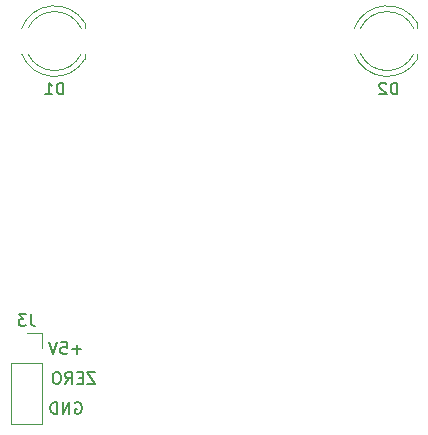
<source format=gbr>
%TF.GenerationSoftware,KiCad,Pcbnew,(5.1.9)-1*%
%TF.CreationDate,2021-09-08T15:23:30-06:00*%
%TF.ProjectId,standby_airspeed_vvi,7374616e-6462-4795-9f61-697273706565,rev?*%
%TF.SameCoordinates,Original*%
%TF.FileFunction,Legend,Bot*%
%TF.FilePolarity,Positive*%
%FSLAX46Y46*%
G04 Gerber Fmt 4.6, Leading zero omitted, Abs format (unit mm)*
G04 Created by KiCad (PCBNEW (5.1.9)-1) date 2021-09-08 15:23:30*
%MOMM*%
%LPD*%
G01*
G04 APERTURE LIST*
%ADD10C,0.150000*%
%ADD11C,0.120000*%
G04 APERTURE END LIST*
D10*
X167999670Y-109099574D02*
X168094908Y-109051954D01*
X168237766Y-109051954D01*
X168380623Y-109099574D01*
X168475861Y-109194812D01*
X168523480Y-109290050D01*
X168571099Y-109480526D01*
X168571099Y-109623383D01*
X168523480Y-109813859D01*
X168475861Y-109909097D01*
X168380623Y-110004335D01*
X168237766Y-110051954D01*
X168142527Y-110051954D01*
X167999670Y-110004335D01*
X167952051Y-109956716D01*
X167952051Y-109623383D01*
X168142527Y-109623383D01*
X167523480Y-110051954D02*
X167523480Y-109051954D01*
X166952051Y-110051954D01*
X166952051Y-109051954D01*
X166475861Y-110051954D02*
X166475861Y-109051954D01*
X166237766Y-109051954D01*
X166094908Y-109099574D01*
X165999670Y-109194812D01*
X165952051Y-109290050D01*
X165904432Y-109480526D01*
X165904432Y-109623383D01*
X165952051Y-109813859D01*
X165999670Y-109909097D01*
X166094908Y-110004335D01*
X166237766Y-110051954D01*
X166475861Y-110051954D01*
X169682289Y-106511954D02*
X169015623Y-106511954D01*
X169682289Y-107511954D01*
X169015623Y-107511954D01*
X168634670Y-106988145D02*
X168301337Y-106988145D01*
X168158480Y-107511954D02*
X168634670Y-107511954D01*
X168634670Y-106511954D01*
X168158480Y-106511954D01*
X167158480Y-107511954D02*
X167491813Y-107035764D01*
X167729908Y-107511954D02*
X167729908Y-106511954D01*
X167348956Y-106511954D01*
X167253718Y-106559574D01*
X167206099Y-106607193D01*
X167158480Y-106702431D01*
X167158480Y-106845288D01*
X167206099Y-106940526D01*
X167253718Y-106988145D01*
X167348956Y-107035764D01*
X167729908Y-107035764D01*
X166539432Y-106511954D02*
X166348956Y-106511954D01*
X166253718Y-106559574D01*
X166158480Y-106654812D01*
X166110861Y-106845288D01*
X166110861Y-107178621D01*
X166158480Y-107369097D01*
X166253718Y-107464335D01*
X166348956Y-107511954D01*
X166539432Y-107511954D01*
X166634670Y-107464335D01*
X166729908Y-107369097D01*
X166777527Y-107178621D01*
X166777527Y-106845288D01*
X166729908Y-106654812D01*
X166634670Y-106559574D01*
X166539432Y-106511954D01*
X168523480Y-104591002D02*
X167761575Y-104591002D01*
X168142527Y-104971954D02*
X168142527Y-104210050D01*
X166809194Y-103971954D02*
X167285385Y-103971954D01*
X167333004Y-104448145D01*
X167285385Y-104400526D01*
X167190146Y-104352907D01*
X166952051Y-104352907D01*
X166856813Y-104400526D01*
X166809194Y-104448145D01*
X166761575Y-104543383D01*
X166761575Y-104781478D01*
X166809194Y-104876716D01*
X166856813Y-104924335D01*
X166952051Y-104971954D01*
X167190146Y-104971954D01*
X167285385Y-104924335D01*
X167333004Y-104876716D01*
X166475861Y-103971954D02*
X166142527Y-104971954D01*
X165809194Y-103971954D01*
D11*
%TO.C,J3*%
X165227766Y-110897952D02*
X162567766Y-110897952D01*
X165227766Y-105757952D02*
X165227766Y-110897952D01*
X162567766Y-105757952D02*
X162567766Y-110897952D01*
X165227766Y-105757952D02*
X162567766Y-105757952D01*
X165227766Y-104487952D02*
X165227766Y-103157952D01*
X165227766Y-103157952D02*
X163897766Y-103157952D01*
%TO.C,D2*%
X192166036Y-79565003D02*
G75*
G03*
X196675199Y-79564574I2254479J1080429D01*
G01*
X192166036Y-77404145D02*
G75*
G02*
X196675199Y-77404574I2254479J-1080429D01*
G01*
X191632700Y-79565401D02*
G75*
G03*
X196980515Y-80029404I2787815J1080827D01*
G01*
X191632700Y-77403747D02*
G75*
G02*
X196980515Y-76939744I2787815J-1080827D01*
G01*
X196980515Y-76939574D02*
X196980515Y-77404574D01*
X196980515Y-79564574D02*
X196980515Y-80029574D01*
%TO.C,D1*%
X164010537Y-79565003D02*
G75*
G03*
X168519700Y-79564574I2254479J1080429D01*
G01*
X164010537Y-77404145D02*
G75*
G02*
X168519700Y-77404574I2254479J-1080429D01*
G01*
X163477201Y-79565401D02*
G75*
G03*
X168825016Y-80029404I2787815J1080827D01*
G01*
X163477201Y-77403747D02*
G75*
G02*
X168825016Y-76939744I2787815J-1080827D01*
G01*
X168825016Y-76939574D02*
X168825016Y-77404574D01*
X168825016Y-79564574D02*
X168825016Y-80029574D01*
%TO.C,J3*%
D10*
X164231099Y-101610332D02*
X164231099Y-102324618D01*
X164278718Y-102467475D01*
X164373956Y-102562713D01*
X164516813Y-102610332D01*
X164612051Y-102610332D01*
X163850146Y-101610332D02*
X163231099Y-101610332D01*
X163564432Y-101991285D01*
X163421575Y-101991285D01*
X163326337Y-102038904D01*
X163278718Y-102086523D01*
X163231099Y-102181761D01*
X163231099Y-102419856D01*
X163278718Y-102515094D01*
X163326337Y-102562713D01*
X163421575Y-102610332D01*
X163707289Y-102610332D01*
X163802527Y-102562713D01*
X163850146Y-102515094D01*
%TO.C,D2*%
X195285610Y-83000954D02*
X195285610Y-82000954D01*
X195047515Y-82000954D01*
X194904657Y-82048574D01*
X194809419Y-82143812D01*
X194761800Y-82239050D01*
X194714181Y-82429526D01*
X194714181Y-82572383D01*
X194761800Y-82762859D01*
X194809419Y-82858097D01*
X194904657Y-82953335D01*
X195047515Y-83000954D01*
X195285610Y-83000954D01*
X194333229Y-82096193D02*
X194285610Y-82048574D01*
X194190372Y-82000954D01*
X193952276Y-82000954D01*
X193857038Y-82048574D01*
X193809419Y-82096193D01*
X193761800Y-82191431D01*
X193761800Y-82286669D01*
X193809419Y-82429526D01*
X194380848Y-83000954D01*
X193761800Y-83000954D01*
%TO.C,D1*%
X167003111Y-83000954D02*
X167003111Y-82000954D01*
X166765016Y-82000954D01*
X166622158Y-82048574D01*
X166526920Y-82143812D01*
X166479301Y-82239050D01*
X166431682Y-82429526D01*
X166431682Y-82572383D01*
X166479301Y-82762859D01*
X166526920Y-82858097D01*
X166622158Y-82953335D01*
X166765016Y-83000954D01*
X167003111Y-83000954D01*
X165479301Y-83000954D02*
X166050730Y-83000954D01*
X165765016Y-83000954D02*
X165765016Y-82000954D01*
X165860254Y-82143812D01*
X165955492Y-82239050D01*
X166050730Y-82286669D01*
%TD*%
M02*

</source>
